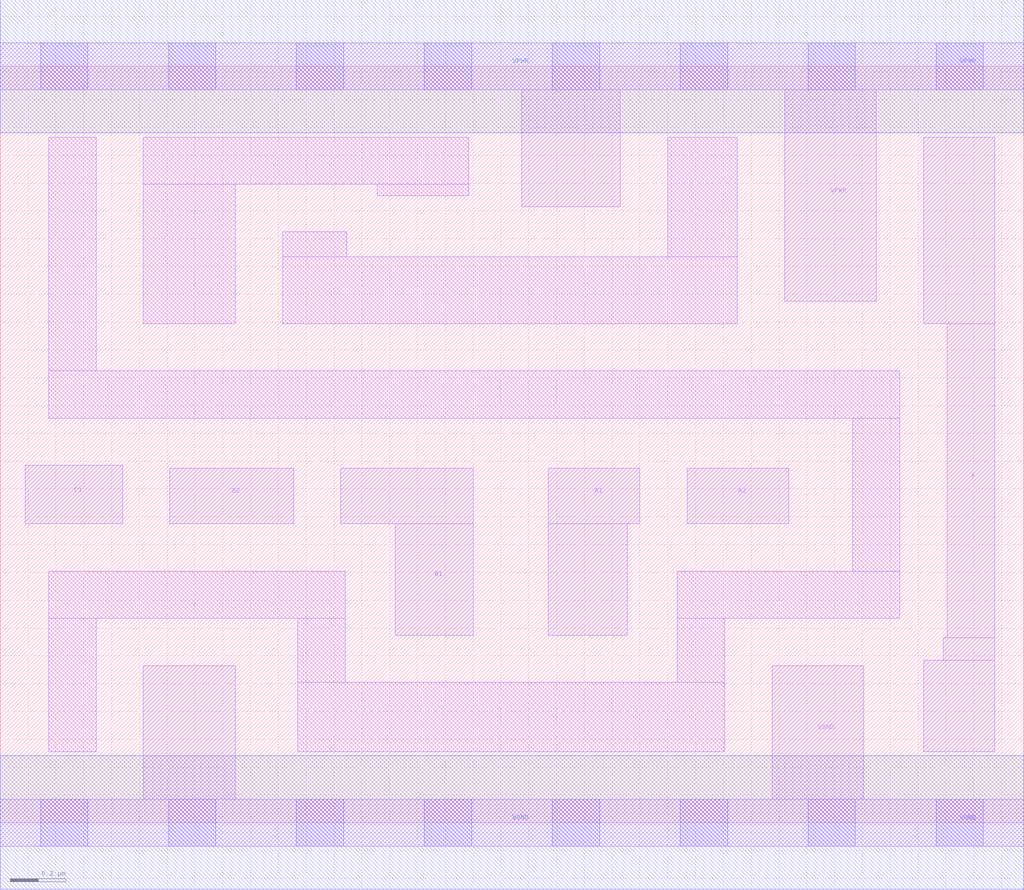
<source format=lef>
# Copyright 2020 The SkyWater PDK Authors
#
# Licensed under the Apache License, Version 2.0 (the "License");
# you may not use this file except in compliance with the License.
# You may obtain a copy of the License at
#
#     https://www.apache.org/licenses/LICENSE-2.0
#
# Unless required by applicable law or agreed to in writing, software
# distributed under the License is distributed on an "AS IS" BASIS,
# WITHOUT WARRANTIES OR CONDITIONS OF ANY KIND, either express or implied.
# See the License for the specific language governing permissions and
# limitations under the License.
#
# SPDX-License-Identifier: Apache-2.0

VERSION 5.7 ;
  NAMESCASESENSITIVE ON ;
  NOWIREEXTENSIONATPIN ON ;
  DIVIDERCHAR "/" ;
  BUSBITCHARS "[]" ;
UNITS
  DATABASE MICRONS 200 ;
END UNITS
MACRO sky130_fd_sc_hd__a221o_1
  CLASS CORE ;
  SOURCE USER ;
  FOREIGN sky130_fd_sc_hd__a221o_1 ;
  ORIGIN  0.000000  0.000000 ;
  SIZE  3.680000 BY  2.720000 ;
  SYMMETRY X Y R90 ;
  SITE unithd ;
  PIN A1
    ANTENNAGATEAREA  0.247500 ;
    DIRECTION INPUT ;
    USE SIGNAL ;
    PORT
      LAYER li1 ;
        RECT 1.970000 0.675000 2.255000 1.075000 ;
        RECT 1.970000 1.075000 2.300000 1.275000 ;
    END
  END A1
  PIN A2
    ANTENNAGATEAREA  0.247500 ;
    DIRECTION INPUT ;
    USE SIGNAL ;
    PORT
      LAYER li1 ;
        RECT 2.470000 1.075000 2.835000 1.275000 ;
    END
  END A2
  PIN B1
    ANTENNAGATEAREA  0.247500 ;
    DIRECTION INPUT ;
    USE SIGNAL ;
    PORT
      LAYER li1 ;
        RECT 1.225000 1.075000 1.700000 1.275000 ;
        RECT 1.420000 0.675000 1.700000 1.075000 ;
    END
  END B1
  PIN B2
    ANTENNAGATEAREA  0.247500 ;
    DIRECTION INPUT ;
    USE SIGNAL ;
    PORT
      LAYER li1 ;
        RECT 0.610000 1.075000 1.055000 1.275000 ;
    END
  END B2
  PIN C1
    ANTENNAGATEAREA  0.247500 ;
    DIRECTION INPUT ;
    USE SIGNAL ;
    PORT
      LAYER li1 ;
        RECT 0.090000 1.075000 0.440000 1.285000 ;
    END
  END C1
  PIN X
    ANTENNADIFFAREA  0.429000 ;
    DIRECTION OUTPUT ;
    USE SIGNAL ;
    PORT
      LAYER li1 ;
        RECT 3.320000 0.255000 3.575000 0.585000 ;
        RECT 3.320000 1.795000 3.575000 2.465000 ;
        RECT 3.390000 0.585000 3.575000 0.665000 ;
        RECT 3.405000 0.665000 3.575000 1.795000 ;
    END
  END X
  PIN VGND
    DIRECTION INOUT ;
    SHAPE ABUTMENT ;
    USE GROUND ;
    PORT
      LAYER li1 ;
        RECT 0.000000 -0.085000 3.680000 0.085000 ;
        RECT 0.515000  0.085000 0.845000 0.565000 ;
        RECT 2.775000  0.085000 3.105000 0.565000 ;
      LAYER mcon ;
        RECT 0.145000 -0.085000 0.315000 0.085000 ;
        RECT 0.605000 -0.085000 0.775000 0.085000 ;
        RECT 1.065000 -0.085000 1.235000 0.085000 ;
        RECT 1.525000 -0.085000 1.695000 0.085000 ;
        RECT 1.985000 -0.085000 2.155000 0.085000 ;
        RECT 2.445000 -0.085000 2.615000 0.085000 ;
        RECT 2.905000 -0.085000 3.075000 0.085000 ;
        RECT 3.365000 -0.085000 3.535000 0.085000 ;
      LAYER met1 ;
        RECT 0.000000 -0.240000 3.680000 0.240000 ;
    END
  END VGND
  PIN VPWR
    DIRECTION INOUT ;
    SHAPE ABUTMENT ;
    USE POWER ;
    PORT
      LAYER li1 ;
        RECT 0.000000 2.635000 3.680000 2.805000 ;
        RECT 1.875000 2.215000 2.230000 2.635000 ;
        RECT 2.820000 1.875000 3.150000 2.635000 ;
      LAYER mcon ;
        RECT 0.145000 2.635000 0.315000 2.805000 ;
        RECT 0.605000 2.635000 0.775000 2.805000 ;
        RECT 1.065000 2.635000 1.235000 2.805000 ;
        RECT 1.525000 2.635000 1.695000 2.805000 ;
        RECT 1.985000 2.635000 2.155000 2.805000 ;
        RECT 2.445000 2.635000 2.615000 2.805000 ;
        RECT 2.905000 2.635000 3.075000 2.805000 ;
        RECT 3.365000 2.635000 3.535000 2.805000 ;
      LAYER met1 ;
        RECT 0.000000 2.480000 3.680000 2.960000 ;
    END
  END VPWR
  OBS
    LAYER li1 ;
      RECT 0.175000 0.255000 0.345000 0.735000 ;
      RECT 0.175000 0.735000 1.240000 0.905000 ;
      RECT 0.175000 1.455000 3.235000 1.625000 ;
      RECT 0.175000 1.625000 0.345000 2.465000 ;
      RECT 0.515000 1.795000 0.845000 2.295000 ;
      RECT 0.515000 2.295000 1.685000 2.465000 ;
      RECT 1.015000 1.795000 2.650000 2.035000 ;
      RECT 1.015000 2.035000 1.245000 2.125000 ;
      RECT 1.070000 0.255000 2.605000 0.505000 ;
      RECT 1.070000 0.505000 1.240000 0.735000 ;
      RECT 1.355000 2.255000 1.685000 2.295000 ;
      RECT 2.400000 2.035000 2.650000 2.465000 ;
      RECT 2.435000 0.505000 2.605000 0.735000 ;
      RECT 2.435000 0.735000 3.235000 0.905000 ;
      RECT 3.065000 0.905000 3.235000 1.455000 ;
  END
END sky130_fd_sc_hd__a221o_1

</source>
